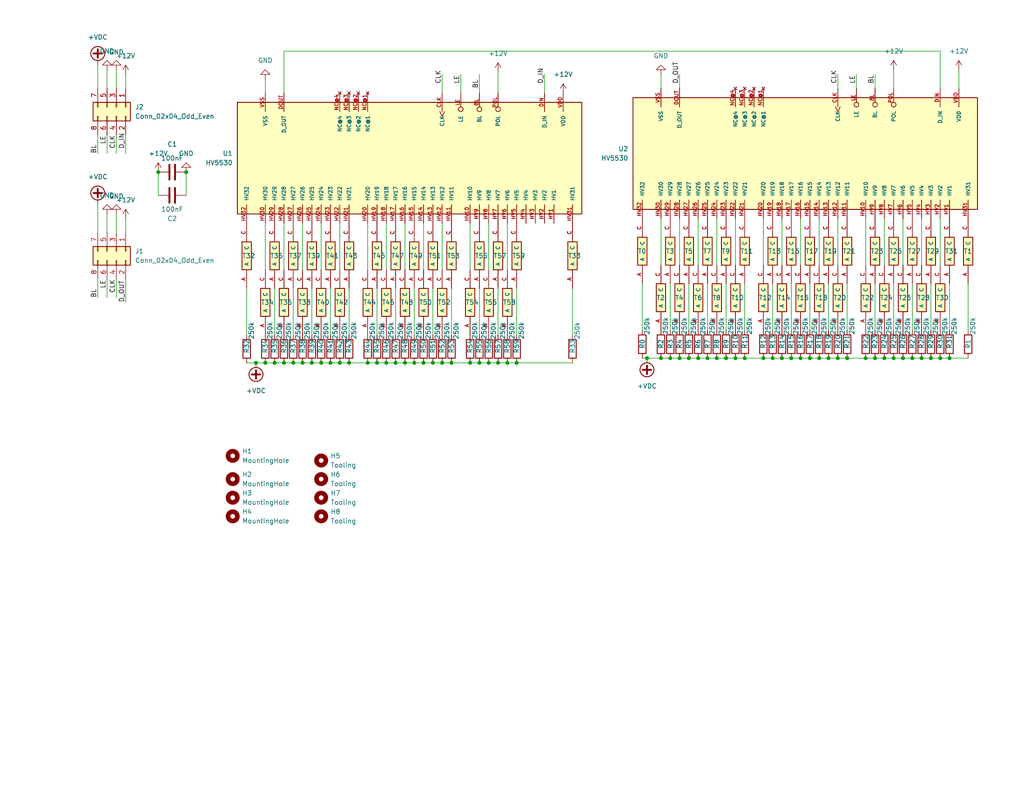
<source format=kicad_sch>
(kicad_sch (version 20230121) (generator eeschema)
  (paper "A")
  (lib_symbols
    (symbol "Connector_Generic:Conn_02x04_Odd_Even" (pin_names (offset 1.016) hide)
      (property "Reference" "J" (at 1.27 5.08 0))
      (property "Value" "Conn_02x04_Odd_Even" (at 1.27 -7.62 0))
      (symbol "Conn_02x04_Odd_Even_1_1"
        (pin passive line (at -5.08 2.54 0) (length 3.81) (name "Pin_1") (number "1"))
        (pin passive line (at 7.62 2.54 180) (length 3.81) (name "Pin_2") (number "2"))
        (pin passive line (at -5.08 0 0) (length 3.81) (name "Pin_3") (number "3"))
        (pin passive line (at 7.62 0 180) (length 3.81) (name "Pin_4") (number "4"))
        (pin passive line (at -5.08 -2.54 0) (length 3.81) (name "Pin_5") (number "5"))
        (pin passive line (at 7.62 -2.54 180) (length 3.81) (name "Pin_6") (number "6"))
        (pin passive line (at -5.08 -5.08 0) (length 3.81) (name "Pin_7") (number "7"))
        (pin passive line (at 7.62 -5.08 180) (length 3.81) (name "Pin_8") (number "8"))
      )
    )
    (symbol "Device:C" (pin_numbers hide) (pin_names (offset 0.254))
      (property "Reference" "C" (at 0.635 2.54 0))
      (property "Value" "C" (at 0.635 -2.54 0))
      (symbol "C_1_1"
        (pin passive line (at 0 3.81 270) (length 2.794) (name "~") (number "1"))
        (pin passive line (at 0 -3.81 90) (length 2.794) (name "~") (number "2"))
      )
    )
    (symbol "Device:R" (pin_numbers hide) (pin_names (offset 0))
      (property "Reference" "R" (at 2.032 0 90))
      (property "Value" "R" (at 0 0 90))
      (symbol "R_1_1"
        (pin passive line (at 0 3.81 270) (length 1.27) (name "~") (number "1"))
        (pin passive line (at 0 -3.81 90) (length 1.27) (name "~") (number "2"))
      )
    )
    (symbol "HV5530:HV5530" (pin_names (offset 1.016))
      (property "Reference" "U" (at -12.7 48.26 0))
      (property "Value" "HV5530" (at -12.7 -53.34 0))
      (symbol "HV5530_0_0"
        (pin input inverted (at -17.78 17.78 0) (length 5.08) (name "BL") (number "BL"))
        (pin bidirectional clock (at -17.78 7.62 0) (length 5.08) (name "CLK") (number "CLK"))
        (pin input line (at -17.78 35.56 0) (length 5.08) (name "D_IN") (number "DIN"))
        (pin output line (at -17.78 -35.56 0) (length 5.08) (name "D_OUT") (number "DOUT"))
        (pin output line (at 17.78 38.1 180) (length 5.08) (name "HV1") (number "HV1"))
        (pin output line (at 17.78 15.24 180) (length 5.08) (name "HV10") (number "HV10"))
        (pin output line (at 17.78 10.16 180) (length 5.08) (name "HV11") (number "HV11"))
        (pin output line (at 17.78 7.62 180) (length 5.08) (name "HV12") (number "HV12"))
        (pin output line (at 17.78 5.08 180) (length 5.08) (name "HV13") (number "HV13"))
        (pin output line (at 17.78 2.54 180) (length 5.08) (name "HV14") (number "HV14"))
        (pin output line (at 17.78 0 180) (length 5.08) (name "HV15") (number "HV15"))
        (pin output line (at 17.78 -2.54 180) (length 5.08) (name "HV16") (number "HV16"))
        (pin output line (at 17.78 -5.08 180) (length 5.08) (name "HV17") (number "HV17"))
        (pin output line (at 17.78 -7.62 180) (length 5.08) (name "HV18") (number "HV18"))
        (pin output line (at 17.78 -10.16 180) (length 5.08) (name "HV19") (number "HV19"))
        (pin output line (at 17.78 35.56 180) (length 5.08) (name "HV2") (number "HV2"))
        (pin output line (at 17.78 -12.7 180) (length 5.08) (name "HV20") (number "HV20"))
        (pin output line (at 17.78 -17.78 180) (length 5.08) (name "HV21") (number "HV21"))
        (pin output line (at 17.78 -20.32 180) (length 5.08) (name "HV22") (number "HV22"))
        (pin output line (at 17.78 -22.86 180) (length 5.08) (name "HV23") (number "HV23"))
        (pin output line (at 17.78 -25.4 180) (length 5.08) (name "HV24") (number "HV24"))
        (pin output line (at 17.78 -27.94 180) (length 5.08) (name "HV25") (number "HV25"))
        (pin output line (at 17.78 -30.48 180) (length 5.08) (name "HV26") (number "HV26"))
        (pin output line (at 17.78 -33.02 180) (length 5.08) (name "HV27") (number "HV27"))
        (pin output line (at 17.78 -35.56 180) (length 5.08) (name "HV28") (number "HV28"))
        (pin output line (at 17.78 -38.1 180) (length 5.08) (name "HV29") (number "HV29"))
        (pin output line (at 17.78 33.02 180) (length 5.08) (name "HV3") (number "HV3"))
        (pin output line (at 17.78 -40.64 180) (length 5.08) (name "HV30") (number "HV30"))
        (pin output line (at 17.78 43.18 180) (length 5.08) (name "HV31") (number "HV31"))
        (pin output line (at 17.78 -45.72 180) (length 5.08) (name "HV32") (number "HV32"))
        (pin output line (at 17.78 30.48 180) (length 5.08) (name "HV4") (number "HV4"))
        (pin output line (at 17.78 27.94 180) (length 5.08) (name "HV5") (number "HV5"))
        (pin output line (at 17.78 25.4 180) (length 5.08) (name "HV6") (number "HV6"))
        (pin output line (at 17.78 22.86 180) (length 5.08) (name "HV7") (number "HV7"))
        (pin output line (at 17.78 20.32 180) (length 5.08) (name "HV8") (number "HV8"))
        (pin output line (at 17.78 17.78 180) (length 5.08) (name "HV9") (number "HV9"))
        (pin input inverted (at -17.78 12.7 0) (length 5.08) (name "LE") (number "LE"))
        (pin no_connect line (at -17.78 -12.7 0) (length 5.08) (name "NC@1") (number "NC@1"))
        (pin no_connect line (at -17.78 -15.24 0) (length 5.08) (name "NC@2") (number "NC@2"))
        (pin no_connect line (at -17.78 -17.78 0) (length 5.08) (name "NC@3") (number "NC@3"))
        (pin no_connect line (at -17.78 -20.32 0) (length 5.08) (name "NC@4") (number "NC@4"))
        (pin input inverted (at -17.78 22.86 0) (length 5.08) (name "POL") (number "POL"))
        (pin power_in line (at -17.78 40.64 0) (length 5.08) (name "VDD") (number "VDD"))
        (pin power_in line (at -17.78 -40.64 0) (length 5.08) (name "VSS") (number "VSS"))
      )
    )
    (symbol "INS-1:INS-1" (pin_names (offset 1.016))
      (property "Reference" "T" (at -5.08 2.54 0))
      (property "Value" "INS-1" (at -6.35 -5.08 0))
      (symbol "INS-1_0_0"
        (pin bidirectional line (at -8.89 0 0) (length 5.08) (name "A") (number "A"))
        (pin bidirectional line (at 8.89 0 180) (length 5.08) (name "C") (number "C"))
      )
    )
    (symbol "Mechanical:MountingHole" (pin_names (offset 1.016))
      (property "Reference" "H" (at 0 5.08 0))
      (property "Value" "MountingHole" (at 0 3.175 0))
    )
    (symbol "power:+12V" (power) (pin_names (offset 0))
      (property "Value" "+12V" (at 0 3.556 0))
      (symbol "+12V_1_1"
        (pin power_in line (at 0 0 90) (length 0) hide (name "+12V") (number "1"))
      )
    )
    (symbol "power:+VDC" (power) (pin_names (offset 0))
      (property "Value" "+VDC" (at 0 6.35 0))
      (symbol "+VDC_1_1"
        (pin power_in line (at 0 0 90) (length 0) hide (name "+VDC") (number "1"))
      )
    )
    (symbol "power:GND" (power) (pin_names (offset 0))
      (property "Value" "GND" (at 0 -3.81 0))
      (symbol "GND_1_1"
        (pin power_in line (at 0 0 270) (length 0) hide (name "GND") (number "1"))
      )
    )
  )
  (junction (at 190.5 97.79))
  (junction (at 218.44 97.79))
  (junction (at 203.2 97.79))
  (junction (at 128.27 99.06))
  (junction (at 82.55 99.06))
  (junction (at 254 97.79))
  (junction (at 195.58 97.79))
  (junction (at 80.01 99.06))
  (junction (at 220.98 97.79))
  (junction (at 50.8 46.99))
  (junction (at 248.92 97.79))
  (junction (at 115.57 99.06))
  (junction (at 228.6 97.79))
  (junction (at 223.52 97.79))
  (junction (at 182.88 97.79))
  (junction (at 236.22 97.79))
  (junction (at 210.82 97.79))
  (junction (at 69.85 99.06))
  (junction (at 215.9 97.79))
  (junction (at 135.89 99.06))
  (junction (at 238.76 97.79))
  (junction (at 187.96 97.79))
  (junction (at 138.43 99.06))
  (junction (at 208.28 97.79))
  (junction (at 213.36 97.79))
  (junction (at 246.38 97.79))
  (junction (at 231.14 97.79))
  (junction (at 243.84 97.79))
  (junction (at 118.11 99.06))
  (junction (at 77.47 99.06))
  (junction (at 87.63 99.06))
  (junction (at 226.06 97.79))
  (junction (at 176.53 97.79))
  (junction (at 113.03 99.06))
  (junction (at 133.35 99.06))
  (junction (at 92.71 99.06))
  (junction (at 259.08 97.79))
  (junction (at 102.87 99.06))
  (junction (at 110.49 99.06))
  (junction (at 200.66 97.79))
  (junction (at 100.33 99.06))
  (junction (at 198.12 97.79))
  (junction (at 85.09 99.06))
  (junction (at 72.39 99.06))
  (junction (at 185.42 97.79))
  (junction (at 251.46 97.79))
  (junction (at 241.3 97.79))
  (junction (at 123.19 99.06))
  (junction (at 130.81 99.06))
  (junction (at 74.93 99.06))
  (junction (at 105.41 99.06))
  (junction (at 43.18 46.99))
  (junction (at 120.65 99.06))
  (junction (at 140.97 99.06))
  (junction (at 90.17 99.06))
  (junction (at 95.25 99.06))
  (junction (at 256.54 97.79))
  (junction (at 107.95 99.06))
  (junction (at 180.34 97.79))
  (junction (at 193.04 97.79))
  (wire (pts (xy 187.96 77.47) (xy 187.96 90.17)))
  (wire (pts (xy 231.14 77.47) (xy 231.14 90.17)))
  (wire (pts (xy 243.84 19.05) (xy 243.84 24.13)))
  (wire (pts (xy 261.62 19.05) (xy 261.62 24.13)))
  (wire (pts (xy 228.6 59.69) (xy 228.6 72.39)))
  (wire (pts (xy 31.75 76.2) (xy 31.75 81.28)))
  (wire (pts (xy 236.22 59.69) (xy 236.22 72.39)))
  (wire (pts (xy 29.21 76.2) (xy 29.21 81.28)))
  (wire (pts (xy 128.27 99.06) (xy 130.81 99.06)))
  (wire (pts (xy 92.71 99.06) (xy 95.25 99.06)))
  (wire (pts (xy 248.92 77.47) (xy 248.92 90.17)))
  (wire (pts (xy 135.89 78.74) (xy 135.89 91.44)))
  (wire (pts (xy 123.19 78.74) (xy 123.19 91.44)))
  (wire (pts (xy 251.46 97.79) (xy 254 97.79)))
  (wire (pts (xy 223.52 59.69) (xy 223.52 72.39)))
  (wire (pts (xy 113.03 99.06) (xy 115.57 99.06)))
  (wire (pts (xy 246.38 97.79) (xy 248.92 97.79)))
  (wire (pts (xy 190.5 59.69) (xy 190.5 72.39)))
  (wire (pts (xy 185.42 59.69) (xy 185.42 72.39)))
  (wire (pts (xy 34.29 20.32) (xy 34.29 24.13)))
  (wire (pts (xy 256.54 59.69) (xy 256.54 72.39)))
  (wire (pts (xy 90.17 99.06) (xy 92.71 99.06)))
  (wire (pts (xy 175.26 77.47) (xy 175.26 90.17)))
  (wire (pts (xy 218.44 59.69) (xy 218.44 72.39)))
  (wire (pts (xy 123.19 99.06) (xy 128.27 99.06)))
  (wire (pts (xy 180.34 20.32) (xy 180.34 24.13)))
  (wire (pts (xy 105.41 60.96) (xy 105.41 73.66)))
  (wire (pts (xy 236.22 97.79) (xy 238.76 97.79)))
  (wire (pts (xy 226.06 97.79) (xy 228.6 97.79)))
  (wire (pts (xy 241.3 59.69) (xy 241.3 72.39)))
  (wire (pts (xy 34.29 59.69) (xy 34.29 63.5)))
  (wire (pts (xy 26.67 76.2) (xy 26.67 81.28)))
  (wire (pts (xy 128.27 60.96) (xy 128.27 73.66)))
  (wire (pts (xy 175.26 97.79) (xy 176.53 97.79)))
  (wire (pts (xy 118.11 99.06) (xy 120.65 99.06)))
  (wire (pts (xy 135.89 99.06) (xy 138.43 99.06)))
  (wire (pts (xy 26.67 17.78) (xy 26.67 24.13)))
  (wire (pts (xy 193.04 97.79) (xy 195.58 97.79)))
  (wire (pts (xy 138.43 99.06) (xy 140.97 99.06)))
  (wire (pts (xy 77.47 60.96) (xy 77.47 73.66)))
  (wire (pts (xy 233.68 20.32) (xy 233.68 24.13)))
  (wire (pts (xy 176.53 97.79) (xy 180.34 97.79)))
  (wire (pts (xy 110.49 60.96) (xy 110.49 73.66)))
  (wire (pts (xy 256.54 13.97) (xy 256.54 24.13)))
  (wire (pts (xy 238.76 20.32) (xy 238.76 24.13)))
  (wire (pts (xy 223.52 97.79) (xy 226.06 97.79)))
  (wire (pts (xy 218.44 97.79) (xy 220.98 97.79)))
  (wire (pts (xy 259.08 97.79) (xy 264.16 97.79)))
  (wire (pts (xy 254 97.79) (xy 256.54 97.79)))
  (wire (pts (xy 69.85 99.06) (xy 72.39 99.06)))
  (wire (pts (xy 95.25 78.74) (xy 95.25 91.44)))
  (wire (pts (xy 198.12 97.79) (xy 200.66 97.79)))
  (wire (pts (xy 34.29 36.83) (xy 34.29 41.91)))
  (wire (pts (xy 102.87 78.74) (xy 102.87 91.44)))
  (wire (pts (xy 148.59 20.32) (xy 148.59 25.4)))
  (wire (pts (xy 248.92 97.79) (xy 251.46 97.79)))
  (wire (pts (xy 67.31 78.74) (xy 67.31 91.44)))
  (wire (pts (xy 195.58 97.79) (xy 198.12 97.79)))
  (wire (pts (xy 82.55 60.96) (xy 82.55 73.66)))
  (wire (pts (xy 180.34 97.79) (xy 182.88 97.79)))
  (wire (pts (xy 200.66 97.79) (xy 203.2 97.79)))
  (wire (pts (xy 213.36 59.69) (xy 213.36 72.39)))
  (wire (pts (xy 185.42 97.79) (xy 187.96 97.79)))
  (wire (pts (xy 226.06 77.47) (xy 226.06 90.17)))
  (wire (pts (xy 228.6 97.79) (xy 231.14 97.79)))
  (wire (pts (xy 125.73 20.32) (xy 125.73 25.4)))
  (wire (pts (xy 138.43 60.96) (xy 138.43 73.66)))
  (wire (pts (xy 238.76 97.79) (xy 241.3 97.79)))
  (wire (pts (xy 120.65 20.32) (xy 120.65 25.4)))
  (wire (pts (xy 241.3 97.79) (xy 243.84 97.79)))
  (wire (pts (xy 198.12 77.47) (xy 198.12 90.17)))
  (wire (pts (xy 72.39 21.59) (xy 72.39 25.4)))
  (wire (pts (xy 210.82 77.47) (xy 210.82 90.17)))
  (wire (pts (xy 107.95 99.06) (xy 110.49 99.06)))
  (wire (pts (xy 115.57 99.06) (xy 118.11 99.06)))
  (wire (pts (xy 87.63 60.96) (xy 87.63 73.66)))
  (wire (pts (xy 200.66 59.69) (xy 200.66 72.39)))
  (wire (pts (xy 120.65 99.06) (xy 123.19 99.06)))
  (wire (pts (xy 105.41 99.06) (xy 107.95 99.06)))
  (wire (pts (xy 133.35 60.96) (xy 133.35 73.66)))
  (wire (pts (xy 77.47 13.97) (xy 256.54 13.97)))
  (wire (pts (xy 156.21 78.74) (xy 156.21 91.44)))
  (wire (pts (xy 110.49 99.06) (xy 113.03 99.06)))
  (wire (pts (xy 182.88 77.47) (xy 182.88 90.17)))
  (wire (pts (xy 77.47 25.4) (xy 77.47 13.97)))
  (wire (pts (xy 95.25 99.06) (xy 100.33 99.06)))
  (wire (pts (xy 85.09 99.06) (xy 87.63 99.06)))
  (wire (pts (xy 85.09 78.74) (xy 85.09 91.44)))
  (wire (pts (xy 74.93 78.74) (xy 74.93 91.44)))
  (wire (pts (xy 231.14 97.79) (xy 236.22 97.79)))
  (wire (pts (xy 133.35 99.06) (xy 135.89 99.06)))
  (wire (pts (xy 246.38 59.69) (xy 246.38 72.39)))
  (wire (pts (xy 195.58 59.69) (xy 195.58 72.39)))
  (wire (pts (xy 50.8 46.99) (xy 50.8 53.34)))
  (wire (pts (xy 31.75 19.05) (xy 31.75 24.13)))
  (wire (pts (xy 213.36 97.79) (xy 215.9 97.79)))
  (wire (pts (xy 34.29 76.2) (xy 34.29 82.55)))
  (wire (pts (xy 208.28 59.69) (xy 208.28 72.39)))
  (wire (pts (xy 210.82 97.79) (xy 213.36 97.79)))
  (wire (pts (xy 67.31 99.06) (xy 69.85 99.06)))
  (wire (pts (xy 208.28 97.79) (xy 210.82 97.79)))
  (wire (pts (xy 100.33 99.06) (xy 102.87 99.06)))
  (wire (pts (xy 259.08 77.47) (xy 259.08 90.17)))
  (wire (pts (xy 215.9 77.47) (xy 215.9 90.17)))
  (wire (pts (xy 118.11 78.74) (xy 118.11 91.44)))
  (wire (pts (xy 203.2 77.47) (xy 203.2 90.17)))
  (wire (pts (xy 243.84 97.79) (xy 246.38 97.79)))
  (wire (pts (xy 187.96 97.79) (xy 190.5 97.79)))
  (wire (pts (xy 31.75 58.42) (xy 31.75 63.5)))
  (wire (pts (xy 185.42 20.32) (xy 185.42 24.13)))
  (wire (pts (xy 140.97 78.74) (xy 140.97 91.44)))
  (wire (pts (xy 130.81 20.32) (xy 130.81 25.4)))
  (wire (pts (xy 220.98 77.47) (xy 220.98 90.17)))
  (wire (pts (xy 203.2 97.79) (xy 208.28 97.79)))
  (wire (pts (xy 29.21 19.05) (xy 29.21 24.13)))
  (wire (pts (xy 29.21 58.42) (xy 29.21 63.5)))
  (wire (pts (xy 102.87 99.06) (xy 105.41 99.06)))
  (wire (pts (xy 238.76 77.47) (xy 238.76 90.17)))
  (wire (pts (xy 180.34 59.69) (xy 180.34 72.39)))
  (wire (pts (xy 26.67 55.88) (xy 26.67 63.5)))
  (wire (pts (xy 26.67 36.83) (xy 26.67 41.91)))
  (wire (pts (xy 31.75 36.83) (xy 31.75 41.91)))
  (wire (pts (xy 87.63 99.06) (xy 90.17 99.06)))
  (wire (pts (xy 130.81 78.74) (xy 130.81 91.44)))
  (wire (pts (xy 130.81 99.06) (xy 133.35 99.06)))
  (wire (pts (xy 251.46 59.69) (xy 251.46 72.39)))
  (wire (pts (xy 43.18 46.99) (xy 43.18 53.34)))
  (wire (pts (xy 254 77.47) (xy 254 90.17)))
  (wire (pts (xy 107.95 78.74) (xy 107.95 91.44)))
  (wire (pts (xy 140.97 99.06) (xy 156.21 99.06)))
  (wire (pts (xy 29.21 36.83) (xy 29.21 41.91)))
  (wire (pts (xy 182.88 97.79) (xy 185.42 97.79)))
  (wire (pts (xy 220.98 97.79) (xy 223.52 97.79)))
  (wire (pts (xy 135.89 19.685) (xy 135.89 25.4)))
  (wire (pts (xy 100.33 60.96) (xy 100.33 73.66)))
  (wire (pts (xy 80.01 99.06) (xy 82.55 99.06)))
  (wire (pts (xy 264.16 77.47) (xy 264.16 90.17)))
  (wire (pts (xy 190.5 97.79) (xy 193.04 97.79)))
  (wire (pts (xy 113.03 78.74) (xy 113.03 91.44)))
  (wire (pts (xy 74.93 99.06) (xy 77.47 99.06)))
  (wire (pts (xy 193.04 77.47) (xy 193.04 90.17)))
  (wire (pts (xy 215.9 97.79) (xy 218.44 97.79)))
  (wire (pts (xy 80.01 78.74) (xy 80.01 91.44)))
  (wire (pts (xy 243.84 77.47) (xy 243.84 90.17)))
  (wire (pts (xy 77.47 99.06) (xy 80.01 99.06)))
  (wire (pts (xy 120.65 60.96) (xy 120.65 73.66)))
  (wire (pts (xy 72.39 60.96) (xy 72.39 73.66)))
  (wire (pts (xy 228.6 20.32) (xy 228.6 24.13)))
  (wire (pts (xy 72.39 99.06) (xy 74.93 99.06)))
  (wire (pts (xy 115.57 60.96) (xy 115.57 73.66)))
  (wire (pts (xy 256.54 97.79) (xy 259.08 97.79)))
  (wire (pts (xy 90.17 78.74) (xy 90.17 91.44)))
  (wire (pts (xy 92.71 60.96) (xy 92.71 73.66)))
  (wire (pts (xy 82.55 99.06) (xy 85.09 99.06)))
  (label "D_IN" (at 34.29 40.64 90))
  (label "CLK" (at 31.75 40.64 90))
  (label "BL" (at 26.67 81.28 90))
  (label "CLK" (at 120.65 22.86 90))
  (label "LE" (at 29.21 39.37 90))
  (label "CLK" (at 31.75 80.01 90))
  (label "LE" (at 29.21 78.74 90))
  (label "BL" (at 130.81 24.13 90))
  (label "CLK" (at 228.6 22.86 90))
  (label "BL" (at 26.67 41.91 90))
  (label "LE" (at 125.73 22.86 90))
  (label "D_IN" (at 148.59 22.86 90))
  (label "D_OUT" (at 185.42 22.86 90))
  (label "BL" (at 238.76 22.86 90))
  (label "D_OUT" (at 34.29 82.55 90))
  (label "LE" (at 233.68 22.86 90))
  (symbol (lib_id "Device:R") (at 195.58 93.98 0) (unit 1)
    (property "Reference" "R8" (at 195.58 95.25 90) (effects (justify left)))
    (property "Value" "250k" (at 196.85 91.44 90) (effects (justify left)))
    (property "Footprint" "Resistor_SMD:R_0805_2012Metric_Pad1.20x1.40mm_HandSolder" (effects hide))
    (property "LCSC" "C5156563" (effects hide))
    (property "JLCPCB-Part-Number" "C5156563" (effects hide))
  )
  (symbol (lib_id "INS-1:INS-1") (at 243.84 68.58 90) (unit 1)
    (property "Reference" "T25" (at 242.57 68.58 90) (effects (justify right)))
    (property "Value" "INS-1" (effects hide))
    (property "Footprint" "footprints:INS-1" (effects hide))
  )
  (symbol (lib_id "power:GND") (at 29.21 58.42 0) (mirror x) (unit 1)
    (property "Reference" "#PWR013" (effects hide))
    (property "Value" "GND" (at 29.21 53.34 0))
  )
  (symbol (lib_id "Device:R") (at 95.25 95.25 0) (unit 1)
    (property "Reference" "R43" (at 95.25 96.52 90) (effects (justify left)))
    (property "Value" "250k" (at 96.52 92.71 90) (effects (justify left)))
    (property "Footprint" "Resistor_SMD:R_0805_2012Metric_Pad1.20x1.40mm_HandSolder" (effects hide))
    (property "LCSC" "C5156563" (effects hide))
    (property "JLCPCB-Part-Number" "C5156563" (effects hide))
  )
  (symbol (lib_id "Device:R") (at 246.38 93.98 0) (unit 1)
    (property "Reference" "R26" (at 246.38 95.25 90) (effects (justify left)))
    (property "Value" "250k" (at 247.65 91.44 90) (effects (justify left)))
    (property "Footprint" "Resistor_SMD:R_0805_2012Metric_Pad1.20x1.40mm_HandSolder" (effects hide))
    (property "LCSC" "C5156563" (effects hide))
    (property "JLCPCB-Part-Number" "C5156563" (effects hide))
  )
  (symbol (lib_id "power:GND") (at 29.21 19.05 180) (unit 1)
    (property "Reference" "#PWR05" (effects hide))
    (property "Value" "GND" (at 29.21 13.97 0))
  )
  (symbol (lib_id "Device:R") (at 130.81 95.25 0) (unit 1)
    (property "Reference" "R55" (at 130.81 96.52 90) (effects (justify left)))
    (property "Value" "250k" (at 132.08 92.71 90) (effects (justify left)))
    (property "Footprint" "Resistor_SMD:R_0805_2012Metric_Pad1.20x1.40mm_HandSolder" (effects hide))
    (property "LCSC" "C5156563" (effects hide))
    (property "JLCPCB-Part-Number" "C5156563" (effects hide))
  )
  (symbol (lib_id "Device:R") (at 251.46 93.98 0) (unit 1)
    (property "Reference" "R28" (at 251.46 95.25 90) (effects (justify left)))
    (property "Value" "250k" (at 252.73 91.44 90) (effects (justify left)))
    (property "Footprint" "Resistor_SMD:R_0805_2012Metric_Pad1.20x1.40mm_HandSolder" (effects hide))
    (property "LCSC" "C5156563" (effects hide))
    (property "JLCPCB-Part-Number" "C5156563" (effects hide))
  )
  (symbol (lib_id "INS-1:INS-1") (at 113.03 69.85 90) (unit 1)
    (property "Reference" "T49" (at 111.76 69.85 90) (effects (justify right)))
    (property "Value" "INS-1" (effects hide))
    (property "Footprint" "footprints:INS-1" (effects hide))
  )
  (symbol (lib_id "Device:R") (at 187.96 93.98 0) (unit 1)
    (property "Reference" "R5" (at 187.96 95.25 90) (effects (justify left)))
    (property "Value" "250k" (at 189.23 91.44 90) (effects (justify left)))
    (property "Footprint" "Resistor_SMD:R_0805_2012Metric_Pad1.20x1.40mm_HandSolder" (effects hide))
    (property "LCSC" "C5156563" (effects hide))
    (property "JLCPCB-Part-Number" "C5156563" (effects hide))
  )
  (symbol (lib_id "INS-1:INS-1") (at 72.39 82.55 90) (unit 1)
    (property "Reference" "T34" (at 71.12 82.55 90) (effects (justify right)))
    (property "Value" "INS-1" (effects hide))
    (property "Footprint" "footprints:INS-1" (effects hide))
  )
  (symbol (lib_id "power:+12V") (at 34.29 59.69 0) (unit 1)
    (property "Reference" "#PWR015" (effects hide))
    (property "Value" "+12V" (at 34.29 54.61 0))
  )
  (symbol (lib_id "INS-1:INS-1") (at 241.3 81.28 90) (unit 1)
    (property "Reference" "T24" (at 240.03 81.28 90) (effects (justify right)))
    (property "Value" "INS-1" (effects hide))
    (property "Footprint" "footprints:INS-1" (effects hide))
  )
  (symbol (lib_id "Device:R") (at 92.71 95.25 0) (unit 1)
    (property "Reference" "R42" (at 92.71 96.52 90) (effects (justify left)))
    (property "Value" "250k" (at 93.98 92.71 90) (effects (justify left)))
    (property "Footprint" "Resistor_SMD:R_0805_2012Metric_Pad1.20x1.40mm_HandSolder" (effects hide))
    (property "LCSC" "C5156563" (effects hide))
    (property "JLCPCB-Part-Number" "C5156563" (effects hide))
  )
  (symbol (lib_id "Device:R") (at 87.63 95.25 0) (unit 1)
    (property "Reference" "R40" (at 87.63 96.52 90) (effects (justify left)))
    (property "Value" "250k" (at 88.9 92.71 90) (effects (justify left)))
    (property "Footprint" "Resistor_SMD:R_0805_2012Metric_Pad1.20x1.40mm_HandSolder" (effects hide))
    (property "LCSC" "C5156563" (effects hide))
    (property "JLCPCB-Part-Number" "C5156563" (effects hide))
  )
  (symbol (lib_id "Device:R") (at 100.33 95.25 0) (unit 1)
    (property "Reference" "R44" (at 100.33 96.52 90) (effects (justify left)))
    (property "Value" "250k" (at 101.6 92.71 90) (effects (justify left)))
    (property "Footprint" "Resistor_SMD:R_0805_2012Metric_Pad1.20x1.40mm_HandSolder" (effects hide))
    (property "LCSC" "C5156563" (effects hide))
    (property "JLCPCB-Part-Number" "C5156563" (effects hide))
  )
  (symbol (lib_id "power:GND") (at 31.75 19.05 180) (unit 1)
    (property "Reference" "#PWR04" (effects hide))
    (property "Value" "GND" (at 31.75 14.224 0))
  )
  (symbol (lib_id "INS-1:INS-1") (at 133.35 82.55 90) (unit 1)
    (property "Reference" "T56" (at 132.08 82.55 90) (effects (justify right)))
    (property "Value" "INS-1" (effects hide))
    (property "Footprint" "footprints:INS-1" (effects hide))
  )
  (symbol (lib_id "Device:R") (at 128.27 95.25 0) (unit 1)
    (property "Reference" "R54" (at 128.27 96.52 90) (effects (justify left)))
    (property "Value" "250k" (at 129.54 92.71 90) (effects (justify left)))
    (property "Footprint" "Resistor_SMD:R_0805_2012Metric_Pad1.20x1.40mm_HandSolder" (effects hide))
    (property "LCSC" "C5156563" (effects hide))
    (property "JLCPCB-Part-Number" "C5156563" (effects hide))
  )
  (symbol (lib_id "power:+12V") (at 43.18 46.99 0) (unit 1)
    (property "Reference" "#PWR016" (effects hide))
    (property "Value" "+12V" (at 43.18 41.91 0))
  )
  (symbol (lib_id "Device:R") (at 236.22 93.98 0) (unit 1)
    (property "Reference" "R22" (at 236.22 95.25 90) (effects (justify left)))
    (property "Value" "250k" (at 237.49 91.44 90) (effects (justify left)))
    (property "Footprint" "Resistor_SMD:R_0805_2012Metric_Pad1.20x1.40mm_HandSolder" (effects hide))
    (property "LCSC" "C5156563" (effects hide))
    (property "JLCPCB-Part-Number" "C5156563" (effects hide))
  )
  (symbol (lib_id "INS-1:INS-1") (at 259.08 68.58 90) (unit 1)
    (property "Reference" "T31" (at 257.81 68.58 90) (effects (justify right)))
    (property "Value" "INS-1" (effects hide))
    (property "Footprint" "footprints:INS-1" (effects hide))
  )
  (symbol (lib_id "Device:R") (at 226.06 93.98 0) (unit 1)
    (property "Reference" "R19" (at 226.06 95.25 90) (effects (justify left)))
    (property "Value" "250k" (at 227.33 91.44 90) (effects (justify left)))
    (property "Footprint" "Resistor_SMD:R_0805_2012Metric_Pad1.20x1.40mm_HandSolder" (effects hide))
    (property "LCSC" "C5156563" (effects hide))
    (property "JLCPCB-Part-Number" "C5156563" (effects hide))
  )
  (symbol (lib_id "Device:R") (at 203.2 93.98 0) (unit 1)
    (property "Reference" "R11" (at 203.2 95.25 90) (effects (justify left)))
    (property "Value" "250k" (at 204.47 91.44 90) (effects (justify left)))
    (property "Footprint" "Resistor_SMD:R_0805_2012Metric_Pad1.20x1.40mm_HandSolder" (effects hide))
    (property "LCSC" "C5156563" (effects hide))
    (property "JLCPCB-Part-Number" "C5156563" (effects hide))
  )
  (symbol (lib_id "INS-1:INS-1") (at 182.88 68.58 90) (unit 1)
    (property "Reference" "T3" (at 181.61 68.58 90) (effects (justify right)))
    (property "Value" "INS-1" (effects hide))
    (property "Footprint" "footprints:INS-1" (effects hide))
  )
  (symbol (lib_id "Device:R") (at 85.09 95.25 0) (unit 1)
    (property "Reference" "R39" (at 85.09 96.52 90) (effects (justify left)))
    (property "Value" "250k" (at 86.36 92.71 90) (effects (justify left)))
    (property "Footprint" "Resistor_SMD:R_0805_2012Metric_Pad1.20x1.40mm_HandSolder" (effects hide))
    (property "LCSC" "C5156563" (effects hide))
    (property "JLCPCB-Part-Number" "C5156563" (effects hide))
  )
  (symbol (lib_id "INS-1:INS-1") (at 185.42 81.28 90) (unit 1)
    (property "Reference" "T4" (at 184.15 81.28 90) (effects (justify right)))
    (property "Value" "INS-1" (effects hide))
    (property "Footprint" "footprints:INS-1" (effects hide))
  )
  (symbol (lib_id "Device:R") (at 241.3 93.98 0) (unit 1)
    (property "Reference" "R24" (at 241.3 95.25 90) (effects (justify left)))
    (property "Value" "250k" (at 242.57 91.44 90) (effects (justify left)))
    (property "Footprint" "Resistor_SMD:R_0805_2012Metric_Pad1.20x1.40mm_HandSolder" (effects hide))
    (property "LCSC" "C5156563" (effects hide))
    (property "JLCPCB-Part-Number" "C5156563" (effects hide))
  )
  (symbol (lib_id "Device:R") (at 231.14 93.98 0) (unit 1)
    (property "Reference" "R21" (at 231.14 95.25 90) (effects (justify left)))
    (property "Value" "250k" (at 232.41 91.44 90) (effects (justify left)))
    (property "Footprint" "Resistor_SMD:R_0805_2012Metric_Pad1.20x1.40mm_HandSolder" (effects hide))
    (property "LCSC" "C5156563" (effects hide))
    (property "JLCPCB-Part-Number" "C5156563" (effects hide))
  )
  (symbol (lib_id "INS-1:INS-1") (at 128.27 82.55 90) (unit 1)
    (property "Reference" "T54" (at 127 82.55 90) (effects (justify right)))
    (property "Value" "INS-1" (effects hide))
    (property "Footprint" "footprints:INS-1" (effects hide))
  )
  (symbol (lib_id "Device:R") (at 67.31 95.25 0) (unit 1)
    (property "Reference" "R32" (at 67.31 96.52 90) (effects (justify left)))
    (property "Value" "250k" (at 68.58 92.71 90) (effects (justify left)))
    (property "Footprint" "Resistor_SMD:R_0805_2012Metric_Pad1.20x1.40mm_HandSolder" (effects hide))
    (property "LCSC" "C5156563" (effects hide))
    (property "JLCPCB-Part-Number" "C5156563" (effects hide))
  )
  (symbol (lib_id "INS-1:INS-1") (at 218.44 81.28 90) (unit 1)
    (property "Reference" "T16" (at 217.17 81.28 90) (effects (justify right)))
    (property "Value" "INS-1" (effects hide))
    (property "Footprint" "footprints:INS-1" (effects hide))
  )
  (symbol (lib_id "INS-1:INS-1") (at 74.93 69.85 90) (unit 1)
    (property "Reference" "T35" (at 73.66 69.85 90) (effects (justify right)))
    (property "Value" "INS-1" (effects hide))
    (property "Footprint" "footprints:INS-1" (effects hide))
  )
  (symbol (lib_id "INS-1:INS-1") (at 140.97 69.85 90) (unit 1)
    (property "Reference" "T59" (at 139.7 69.85 90) (effects (justify right)))
    (property "Value" "INS-1" (effects hide))
    (property "Footprint" "footprints:INS-1" (effects hide))
  )
  (symbol (lib_id "INS-1:INS-1") (at 228.6 81.28 90) (unit 1)
    (property "Reference" "T20" (at 227.33 81.28 90) (effects (justify right)))
    (property "Value" "INS-1" (effects hide))
    (property "Footprint" "footprints:INS-1" (effects hide))
  )
  (symbol (lib_id "Device:R") (at 72.39 95.25 0) (unit 1)
    (property "Reference" "R34" (at 72.39 96.52 90) (effects (justify left)))
    (property "Value" "250k" (at 73.66 92.71 90) (effects (justify left)))
    (property "Footprint" "Resistor_SMD:R_0805_2012Metric_Pad1.20x1.40mm_HandSolder" (effects hide))
    (property "LCSC" "C5156563" (effects hide))
    (property "JLCPCB-Part-Number" "C5156563" (effects hide))
  )
  (symbol (lib_id "Device:R") (at 259.08 93.98 0) (unit 1)
    (property "Reference" "R31" (at 259.08 95.25 90) (effects (justify left)))
    (property "Value" "250k" (at 260.35 91.44 90) (effects (justify left)))
    (property "Footprint" "Resistor_SMD:R_0805_2012Metric_Pad1.20x1.40mm_HandSolder" (effects hide))
    (property "LCSC" "C5156563" (effects hide))
    (property "JLCPCB-Part-Number" "C5156563" (effects hide))
  )
  (symbol (lib_id "Device:R") (at 228.6 93.98 0) (unit 1)
    (property "Reference" "R20" (at 228.6 95.25 90) (effects (justify left)))
    (property "Value" "250k" (at 229.87 91.44 90) (effects (justify left)))
    (property "Footprint" "Resistor_SMD:R_0805_2012Metric_Pad1.20x1.40mm_HandSolder" (effects hide))
    (property "LCSC" "C5156563" (effects hide))
    (property "JLCPCB-Part-Number" "C5156563" (effects hide))
  )
  (symbol (lib_id "INS-1:INS-1") (at 110.49 82.55 90) (unit 1)
    (property "Reference" "T48" (at 109.22 82.55 90) (effects (justify right)))
    (property "Value" "INS-1" (effects hide))
    (property "Footprint" "footprints:INS-1" (effects hide))
  )
  (symbol (lib_id "Device:R") (at 175.26 93.98 0) (unit 1)
    (property "Reference" "R0" (at 175.26 95.25 90) (effects (justify left)))
    (property "Value" "250k" (at 176.53 91.44 90) (effects (justify left)))
    (property "Footprint" "Resistor_SMD:R_0805_2012Metric_Pad1.20x1.40mm_HandSolder" (effects hide))
    (property "LCSC" "C5156563" (effects hide))
    (property "JLCPCB-Part-Number" "C5156563" (effects hide))
  )
  (symbol (lib_id "Device:R") (at 264.16 93.98 0) (unit 1)
    (property "Reference" "R1" (at 264.16 95.25 90) (effects (justify left)))
    (property "Value" "250k" (at 265.43 91.44 90) (effects (justify left)))
    (property "Footprint" "Resistor_SMD:R_0805_2012Metric_Pad1.20x1.40mm_HandSolder" (effects hide))
    (property "LCSC" "C5156563" (effects hide))
    (property "JLCPCB-Part-Number" "C5156563" (effects hide))
  )
  (symbol (lib_id "INS-1:INS-1") (at 77.47 82.55 90) (unit 1)
    (property "Reference" "T36" (at 76.2 82.55 90) (effects (justify right)))
    (property "Value" "INS-1" (effects hide))
    (property "Footprint" "footprints:INS-1" (effects hide))
  )
  (symbol (lib_id "Device:R") (at 156.21 95.25 0) (unit 1)
    (property "Reference" "R33" (at 156.21 96.52 90) (effects (justify left)))
    (property "Value" "250k" (at 157.48 92.71 90) (effects (justify left)))
    (property "Footprint" "Resistor_SMD:R_0805_2012Metric_Pad1.20x1.40mm_HandSolder" (effects hide))
    (property "LCSC" "C5156563" (effects hide))
    (property "JLCPCB-Part-Number" "C5156563" (effects hide))
  )
  (symbol (lib_id "INS-1:INS-1") (at 190.5 81.28 90) (unit 1)
    (property "Reference" "T6" (at 189.23 81.28 90) (effects (justify right)))
    (property "Value" "INS-1" (effects hide))
    (property "Footprint" "footprints:INS-1" (effects hide))
  )
  (symbol (lib_id "Device:R") (at 254 93.98 0) (unit 1)
    (property "Reference" "R29" (at 254 95.25 90) (effects (justify left)))
    (property "Value" "250k" (at 255.27 91.44 90) (effects (justify left)))
    (property "Footprint" "Resistor_SMD:R_0805_2012Metric_Pad1.20x1.40mm_HandSolder" (effects hide))
    (property "LCSC" "C5156563" (effects hide))
    (property "JLCPCB-Part-Number" "C5156563" (effects hide))
  )
  (symbol (lib_id "INS-1:INS-1") (at 215.9 68.58 90) (unit 1)
    (property "Reference" "T15" (at 214.63 68.58 90) (effects (justify right)))
    (property "Value" "INS-1" (effects hide))
    (property "Footprint" "footprints:INS-1" (effects hide))
  )
  (symbol (lib_id "Device:R") (at 74.93 95.25 0) (unit 1)
    (property "Reference" "R35" (at 74.93 96.52 90) (effects (justify left)))
    (property "Value" "250k" (at 76.2 92.71 90) (effects (justify left)))
    (property "Footprint" "Resistor_SMD:R_0805_2012Metric_Pad1.20x1.40mm_HandSolder" (effects hide))
    (property "LCSC" "C5156563" (effects hide))
    (property "JLCPCB-Part-Number" "C5156563" (effects hide))
  )
  (symbol (lib_id "power:+VDC") (at 26.67 17.78 0) (unit 1)
    (property "Reference" "#PWR09" (effects hide))
    (property "Value" "+VDC" (at 26.67 10.16 0))
  )
  (symbol (lib_id "Device:R") (at 110.49 95.25 0) (unit 1)
    (property "Reference" "R48" (at 110.49 96.52 90) (effects (justify left)))
    (property "Value" "250k" (at 111.76 92.71 90) (effects (justify left)))
    (property "Footprint" "Resistor_SMD:R_0805_2012Metric_Pad1.20x1.40mm_HandSolder" (effects hide))
    (property "LCSC" "C5156563" (effects hide))
    (property "JLCPCB-Part-Number" "C5156563" (effects hide))
  )
  (symbol (lib_id "INS-1:INS-1") (at 256.54 81.28 90) (unit 1)
    (property "Reference" "T30" (at 255.27 81.28 90) (effects (justify right)))
    (property "Value" "INS-1" (effects hide))
    (property "Footprint" "footprints:INS-1" (effects hide))
  )
  (symbol (lib_id "Device:R") (at 218.44 93.98 0) (unit 1)
    (property "Reference" "R16" (at 218.44 95.25 90) (effects (justify left)))
    (property "Value" "250k" (at 219.71 91.44 90) (effects (justify left)))
    (property "Footprint" "Resistor_SMD:R_0805_2012Metric_Pad1.20x1.40mm_HandSolder" (effects hide))
    (property "LCSC" "C5156563" (effects hide))
    (property "JLCPCB-Part-Number" "C5156563" (effects hide))
  )
  (symbol (lib_id "Device:R") (at 102.87 95.25 0) (unit 1)
    (property "Reference" "R45" (at 102.87 96.52 90) (effects (justify left)))
    (property "Value" "250k" (at 104.14 92.71 90) (effects (justify left)))
    (property "Footprint" "Resistor_SMD:R_0805_2012Metric_Pad1.20x1.40mm_HandSolder" (effects hide))
    (property "LCSC" "C5156563" (effects hide))
    (property "JLCPCB-Part-Number" "C5156563" (effects hide))
  )
  (symbol (lib_id "INS-1:INS-1") (at 187.96 68.58 90) (unit 1)
    (property "Reference" "T5" (at 186.69 68.58 90) (effects (justify right)))
    (property "Value" "INS-1" (effects hide))
    (property "Footprint" "footprints:INS-1" (effects hide))
  )
  (symbol (lib_id "Mechanical:MountingHole") (at 63.5 130.81 0) (unit 1)
    (property "Reference" "H2" (at 66.04 129.54 0) (effects (justify left)))
    (property "Value" "MountingHole" (at 66.04 132.08 0) (effects (justify left)))
    (property "Footprint" "MountingHole:MountingHole_3.2mm_M3" (effects hide))
  )
  (symbol (lib_id "Device:R") (at 208.28 93.98 0) (unit 1)
    (property "Reference" "R12" (at 208.28 95.25 90) (effects (justify left)))
    (property "Value" "250k" (at 209.55 91.44 90) (effects (justify left)))
    (property "Footprint" "Resistor_SMD:R_0805_2012Metric_Pad1.20x1.40mm_HandSolder" (effects hide))
    (property "LCSC" "C5156563" (effects hide))
    (property "JLCPCB-Part-Number" "C5156563" (effects hide))
  )
  (symbol (lib_id "INS-1:INS-1") (at 82.55 82.55 90) (unit 1)
    (property "Reference" "T38" (at 81.28 82.55 90) (effects (justify right)))
    (property "Value" "INS-1" (effects hide))
    (property "Footprint" "footprints:INS-1" (effects hide))
  )
  (symbol (lib_id "Device:R") (at 107.95 95.25 0) (unit 1)
    (property "Reference" "R47" (at 107.95 96.52 90) (effects (justify left)))
    (property "Value" "250k" (at 109.22 92.71 90) (effects (justify left)))
    (property "Footprint" "Resistor_SMD:R_0805_2012Metric_Pad1.20x1.40mm_HandSolder" (effects hide))
    (property "LCSC" "C5156563" (effects hide))
    (property "JLCPCB-Part-Number" "C5156563" (effects hide))
  )
  (symbol (lib_id "INS-1:INS-1") (at 210.82 68.58 90) (unit 1)
    (property "Reference" "T13" (at 209.55 68.58 90) (effects (justify right)))
    (property "Value" "INS-1" (effects hide))
    (property "Footprint" "footprints:INS-1" (effects hide))
  )
  (symbol (lib_id "Device:R") (at 180.34 93.98 0) (unit 1)
    (property "Reference" "R2" (at 180.34 95.25 90) (effects (justify left)))
    (property "Value" "250k" (at 181.61 91.44 90) (effects (justify left)))
    (property "Footprint" "Resistor_SMD:R_0805_2012Metric_Pad1.20x1.40mm_HandSolder" (effects hide))
    (property "LCSC" "C5156563" (effects hide))
    (property "JLCPCB-Part-Number" "C5156563" (effects hide))
  )
  (symbol (lib_id "power:+VDC") (at 69.85 99.06 180) (unit 1)
    (property "Reference" "#PWR018" (effects hide))
    (property "Value" "+VDC" (at 69.85 106.68 0))
  )
  (symbol (lib_id "INS-1:INS-1") (at 95.25 69.85 90) (unit 1)
    (property "Reference" "T43" (at 93.98 69.85 90) (effects (justify right)))
    (property "Value" "INS-1" (effects hide))
    (property "Footprint" "footprints:INS-1" (effects hide))
  )
  (symbol (lib_id "INS-1:INS-1") (at 90.17 69.85 90) (unit 1)
    (property "Reference" "T41" (at 88.9 69.85 90) (effects (justify right)))
    (property "Value" "INS-1" (effects hide))
    (property "Footprint" "footprints:INS-1" (effects hide))
  )
  (symbol (lib_id "INS-1:INS-1") (at 85.09 69.85 90) (unit 1)
    (property "Reference" "T39" (at 83.82 69.85 90) (effects (justify right)))
    (property "Value" "INS-1" (effects hide))
    (property "Footprint" "footprints:INS-1" (effects hide))
  )
  (symbol (lib_id "Mechanical:MountingHole") (at 87.63 125.73 0) (unit 1)
    (property "Reference" "H5" (at 90.17 124.46 0) (effects (justify left)))
    (property "Value" "Tooling" (at 90.17 127 0) (effects (justify left)))
    (property "Footprint" "JLCPCBMounting:MountingHole_1.152mm" (effects hide))
  )
  (symbol (lib_id "Device:R") (at 185.42 93.98 0) (unit 1)
    (property "Reference" "R4" (at 185.42 95.25 90) (effects (justify left)))
    (property "Value" "250k" (at 186.69 91.44 90) (effects (justify left)))
    (property "Footprint" "Resistor_SMD:R_0805_2012Metric_Pad1.20x1.40mm_HandSolder" (effects hide))
    (property "LCSC" "C5156563" (effects hide))
    (property "JLCPCB-Part-Number" "C5156563" (effects hide))
  )
  (symbol (lib_id "INS-1:INS-1") (at 264.16 68.58 90) (unit 1)
    (property "Reference" "T1" (at 262.89 68.58 90) (effects (justify right)))
    (property "Value" "INS-1" (effects hide))
    (property "Footprint" "footprints:INS-1" (effects hide))
  )
  (symbol (lib_id "INS-1:INS-1") (at 246.38 81.28 90) (unit 1)
    (property "Reference" "T26" (at 245.11 81.28 90) (effects (justify right)))
    (property "Value" "INS-1" (effects hide))
    (property "Footprint" "footprints:INS-1" (effects hide))
  )
  (symbol (lib_id "INS-1:INS-1") (at 135.89 69.85 90) (unit 1)
    (property "Reference" "T57" (at 134.62 69.85 90) (effects (justify right)))
    (property "Value" "INS-1" (effects hide))
    (property "Footprint" "footprints:INS-1" (effects hide))
  )
  (symbol (lib_id "INS-1:INS-1") (at 203.2 68.58 90) (unit 1)
    (property "Reference" "T11" (at 201.93 68.58 90) (effects (justify right)))
    (property "Value" "INS-1" (effects hide))
    (property "Footprint" "footprints:INS-1" (effects hide))
  )
  (symbol (lib_id "Connector_Generic:Conn_02x04_Odd_Even") (at 31.75 68.58 270) (unit 1)
    (property "Reference" "J1" (at 36.83 68.58 90) (effects (justify left)))
    (property "Value" "Conn_02x04_Odd_Even" (at 36.83 71.12 90) (effects (justify left)))
    (property "Footprint" "Connector_IDC:IDC-Header_2x04_P2.54mm_Vertical" (effects hide))
  )
  (symbol (lib_id "INS-1:INS-1") (at 198.12 68.58 90) (unit 1)
    (property "Reference" "T9" (at 196.85 68.58 90) (effects (justify right)))
    (property "Value" "INS-1" (effects hide))
    (property "Footprint" "footprints:INS-1" (effects hide))
  )
  (symbol (lib_id "Device:R") (at 118.11 95.25 0) (unit 1)
    (property "Reference" "R51" (at 118.11 96.52 90) (effects (justify left)))
    (property "Value" "250k" (at 119.38 92.71 90) (effects (justify left)))
    (property "Footprint" "Resistor_SMD:R_0805_2012Metric_Pad1.20x1.40mm_HandSolder" (effects hide))
    (property "LCSC" "C5156563" (effects hide))
    (property "JLCPCB-Part-Number" "C5156563" (effects hide))
  )
  (symbol (lib_id "INS-1:INS-1") (at 193.04 68.58 90) (unit 1)
    (property "Reference" "T7" (at 191.77 68.58 90) (effects (justify right)))
    (property "Value" "INS-1" (effects hide))
    (property "Footprint" "footprints:INS-1" (effects hide))
  )
  (symbol (lib_id "INS-1:INS-1") (at 251.46 81.28 90) (unit 1)
    (property "Reference" "T28" (at 250.19 81.28 90) (effects (justify right)))
    (property "Value" "INS-1" (effects hide))
    (property "Footprint" "footprints:INS-1" (effects hide))
  )
  (symbol (lib_id "HV5530:HV5530") (at 113.03 43.18 270) (unit 1)
    (property "Reference" "U1" (at 63.5 41.91 90) (effects (justify right)))
    (property "Value" "HV5530" (at 63.5 44.45 90) (effects (justify right)))
    (property "Footprint" "footprints:44_PQFP_CORRECTED" (effects hide))
  )
  (symbol (lib_id "INS-1:INS-1") (at 175.26 68.58 90) (unit 1)
    (property "Reference" "T0" (at 173.99 68.58 90) (effects (justify right)))
    (property "Value" "INS-1" (effects hide))
    (property "Footprint" "footprints:INS-1" (effects hide))
  )
  (symbol (lib_id "Mechanical:MountingHole") (at 87.63 135.89 0) (unit 1)
    (property "Reference" "H7" (at 90.17 134.62 0) (effects (justify left)))
    (property "Value" "Tooling" (at 90.17 137.16 0) (effects (justify left)))
    (property "Footprint" "JLCPCBMounting:MountingHole_1.152mm" (effects hide))
  )
  (symbol (lib_id "power:+12V") (at 34.29 20.32 0) (unit 1)
    (property "Reference" "#PWR01" (effects hide))
    (property "Value" "+12V" (at 34.29 15.24 0))
  )
  (symbol (lib_id "INS-1:INS-1") (at 180.34 81.28 90) (unit 1)
    (property "Reference" "T2" (at 179.07 81.28 90) (effects (justify right)))
    (property "Value" "INS-1" (effects hide))
    (property "Footprint" "footprints:INS-1" (effects hide))
  )
  (symbol (lib_id "Device:R") (at 113.03 95.25 0) (unit 1)
    (property "Reference" "R49" (at 113.03 96.52 90) (effects (justify left)))
    (property "Value" "250k" (at 114.3 92.71 90) (effects (justify left)))
    (property "Footprint" "Resistor_SMD:R_0805_2012Metric_Pad1.20x1.40mm_HandSolder" (effects hide))
    (property "LCSC" "C5156563" (effects hide))
    (property "JLCPCB-Part-Number" "C5156563" (effects hide))
  )
  (symbol (lib_id "INS-1:INS-1") (at 80.01 69.85 90) (unit 1)
    (property "Reference" "T37" (at 78.74 69.85 90) (effects (justify right)))
    (property "Value" "INS-1" (effects hide))
    (property "Footprint" "footprints:INS-1" (effects hide))
  )
  (symbol (lib_id "Device:R") (at 77.47 95.25 0) (unit 1)
    (property "Reference" "R36" (at 77.47 96.52 90) (effects (justify left)))
    (property "Value" "250k" (at 78.74 92.71 90) (effects (justify left)))
    (property "Footprint" "Resistor_SMD:R_0805_2012Metric_Pad1.20x1.40mm_HandSolder" (effects hide))
    (property "LCSC" "C5156563" (effects hide))
    (property "JLCPCB-Part-Number" "C5156563" (effects hide))
  )
  (symbol (lib_id "INS-1:INS-1") (at 120.65 82.55 90) (unit 1)
    (property "Reference" "T52" (at 119.38 82.55 90) (effects (justify right)))
    (property "Value" "INS-1" (effects hide))
    (property "Footprint" "footprints:INS-1" (effects hide))
  )
  (symbol (lib_id "INS-1:INS-1") (at 254 68.58 90) (unit 1)
    (property "Reference" "T29" (at 252.73 68.58 90) (effects (justify right)))
    (property "Value" "INS-1" (effects hide))
    (property "Footprint" "footprints:INS-1" (effects hide))
  )
  (symbol (lib_id "INS-1:INS-1") (at 107.95 69.85 90) (unit 1)
    (property "Reference" "T47" (at 106.68 69.85 90) (effects (justify right)))
    (property "Value" "INS-1" (effects hide))
    (property "Footprint" "footprints:INS-1" (effects hide))
  )
  (symbol (lib_id "INS-1:INS-1") (at 123.19 69.85 90) (unit 1)
    (property "Reference" "T53" (at 121.92 69.85 90) (effects (justify right)))
    (property "Value" "INS-1" (effects hide))
    (property "Footprint" "footprints:INS-1" (effects hide))
  )
  (symbol (lib_id "power:+12V") (at 261.62 19.05 0) (unit 1)
    (property "Reference" "#PWR03" (effects hide))
    (property "Value" "+12V" (at 261.62 13.97 0))
  )
  (symbol (lib_id "INS-1:INS-1") (at 115.57 82.55 90) (unit 1)
    (property "Reference" "T50" (at 114.3 82.55 90) (effects (justify right)))
    (property "Value" "INS-1" (effects hide))
    (property "Footprint" "footprints:INS-1" (effects hide))
  )
  (symbol (lib_id "Mechanical:MountingHole") (at 63.5 140.97 0) (unit 1)
    (property "Reference" "H4" (at 66.04 139.7 0) (effects (justify left)))
    (property "Value" "MountingHole" (at 66.04 142.24 0) (effects (justify left)))
    (property "Footprint" "MountingHole:MountingHole_3.2mm_M3" (effects hide))
  )
  (symbol (lib_id "INS-1:INS-1") (at 238.76 68.58 90) (unit 1)
    (property "Reference" "T23" (at 237.49 68.58 90) (effects (justify right)))
    (property "Value" "INS-1" (effects hide))
    (property "Footprint" "footprints:INS-1" (effects hide))
  )
  (symbol (lib_id "Device:R") (at 220.98 93.98 0) (unit 1)
    (property "Reference" "R17" (at 220.98 95.25 90) (effects (justify left)))
    (property "Value" "250k" (at 222.25 91.44 90) (effects (justify left)))
    (property "Footprint" "Resistor_SMD:R_0805_2012Metric_Pad1.20x1.40mm_HandSolder" (effects hide))
    (property "LCSC" "C5156563" (effects hide))
    (property "JLCPCB-Part-Number" "C5156563" (effects hide))
  )
  (symbol (lib_id "power:+VDC") (at 176.53 97.79 180) (unit 1)
    (property "Reference" "#PWR010" (effects hide))
    (property "Value" "+VDC" (at 176.53 105.41 0))
  )
  (symbol (lib_id "Device:R") (at 215.9 93.98 0) (unit 1)
    (property "Reference" "R15" (at 215.9 95.25 90) (effects (justify left)))
    (property "Value" "250k" (at 217.17 91.44 90) (effects (justify left)))
    (property "Footprint" "Resistor_SMD:R_0805_2012Metric_Pad1.20x1.40mm_HandSolder" (effects hide))
    (property "LCSC" "C5156563" (effects hide))
    (property "JLCPCB-Part-Number" "C5156563" (effects hide))
  )
  (symbol (lib_id "Device:R") (at 198.12 93.98 0) (unit 1)
    (property "Reference" "R9" (at 198.12 95.25 90) (effects (justify left)))
    (property "Value" "250k" (at 199.39 91.44 90) (effects (justify left)))
    (property "Footprint" "Resistor_SMD:R_0805_2012Metric_Pad1.20x1.40mm_HandSolder" (effects hide))
    (property "LCSC" "C5156563" (effects hide))
    (property "JLCPCB-Part-Number" "C5156563" (effects hide))
  )
  (symbol (lib_id "Device:R") (at 213.36 93.98 0) (unit 1)
    (property "Reference" "R14" (at 213.36 95.25 90) (effects (justify left)))
    (property "Value" "250k" (at 214.63 91.44 90) (effects (justify left)))
    (property "Footprint" "Resistor_SMD:R_0805_2012Metric_Pad1.20x1.40mm_HandSolder" (effects hide))
    (property "LCSC" "C5156563" (effects hide))
    (property "JLCPCB-Part-Number" "C5156563" (effects hide))
  )
  (symbol (lib_id "Device:R") (at 193.04 93.98 0) (unit 1)
    (property "Reference" "R7" (at 193.04 95.25 90) (effects (justify left)))
    (property "Value" "250k" (at 194.31 91.44 90) (effects (justify left)))
    (property "Footprint" "Resistor_SMD:R_0805_2012Metric_Pad1.20x1.40mm_HandSolder" (effects hide))
    (property "LCSC" "C5156563" (effects hide))
    (property "JLCPCB-Part-Number" "C5156563" (effects hide))
  )
  (symbol (lib_id "INS-1:INS-1") (at 208.28 81.28 90) (unit 1)
    (property "Reference" "T12" (at 207.01 81.28 90) (effects (justify right)))
    (property "Value" "INS-1" (effects hide))
    (property "Footprint" "footprints:INS-1" (effects hide))
  )
  (symbol (lib_id "Device:C") (at 46.99 46.99 90) (unit 1)
    (property "Reference" "C1" (at 46.99 39.37 90))
    (property "Value" "100nF" (at 46.99 43.18 90))
    (property "Footprint" "Capacitor_SMD:C_0805_2012Metric_Pad1.18x1.45mm_HandSolder" (effects hide))
    (property "LCSC" "C49678" (effects hide))
    (property "JLCPCB-Part-Number" "C49678" (effects hide))
  )
  (symbol (lib_id "Device:R") (at 80.01 95.25 0) (unit 1)
    (property "Reference" "R37" (at 80.01 96.52 90) (effects (justify left)))
    (property "Value" "250k" (at 81.28 92.71 90) (effects (justify left)))
    (property "Footprint" "Resistor_SMD:R_0805_2012Metric_Pad1.20x1.40mm_HandSolder" (effects hide))
    (property "LCSC" "C5156563" (effects hide))
    (property "JLCPCB-Part-Number" "C5156563" (effects hide))
  )
  (symbol (lib_id "INS-1:INS-1") (at 236.22 81.28 90) (unit 1)
    (property "Reference" "T22" (at 234.95 81.28 90) (effects (justify right)))
    (property "Value" "INS-1" (effects hide))
    (property "Footprint" "footprints:INS-1" (effects hide))
  )
  (symbol (lib_id "power:GND") (at 72.39 21.59 180) (unit 1)
    (property "Reference" "#PWR06" (effects hide))
    (property "Value" "GND" (at 72.39 16.51 0))
  )
  (symbol (lib_id "Device:C") (at 46.99 53.34 90) (unit 1)
    (property "Reference" "C2" (at 46.99 59.69 90))
    (property "Value" "100nF" (at 46.99 57.15 90))
    (property "Footprint" "Capacitor_SMD:C_0805_2012Metric_Pad1.18x1.45mm_HandSolder" (effects hide))
    (property "LCSC" "C49678" (effects hide))
    (property "JLCPCB-Part-Number" "C49678" (effects hide))
  )
  (symbol (lib_id "INS-1:INS-1") (at 100.33 82.55 90) (unit 1)
    (property "Reference" "T44" (at 99.06 82.55 90) (effects (justify right)))
    (property "Value" "INS-1" (effects hide))
    (property "Footprint" "footprints:INS-1" (effects hide))
  )
  (symbol (lib_id "INS-1:INS-1") (at 223.52 81.28 90) (unit 1)
    (property "Reference" "T18" (at 222.25 81.28 90) (effects (justify right)))
    (property "Value" "INS-1" (effects hide))
    (property "Footprint" "footprints:INS-1" (effects hide))
  )
  (symbol (lib_id "Device:R") (at 115.57 95.25 0) (unit 1)
    (property "Reference" "R50" (at 115.57 96.52 90) (effects (justify left)))
    (property "Value" "250k" (at 116.84 92.71 90) (effects (justify left)))
    (property "Footprint" "Resistor_SMD:R_0805_2012Metric_Pad1.20x1.40mm_HandSolder" (effects hide))
    (property "LCSC" "C5156563" (effects hide))
    (property "JLCPCB-Part-Number" "C5156563" (effects hide))
  )
  (symbol (lib_id "power:GND") (at 180.34 20.32 180) (unit 1)
    (property "Reference" "#PWR07" (effects hide))
    (property "Value" "GND" (at 180.34 15.24 0))
  )
  (symbol (lib_id "Device:R") (at 82.55 95.25 0) (unit 1)
    (property "Reference" "R38" (at 82.55 96.52 90) (effects (justify left)))
    (property "Value" "250k" (at 83.82 92.71 90) (effects (justify left)))
    (property "Footprint" "Resistor_SMD:R_0805_2012Metric_Pad1.20x1.40mm_HandSolder" (effects hide))
    (property "LCSC" "C5156563" (effects hide))
    (property "JLCPCB-Part-Number" "C5156563" (effects hide))
  )
  (symbol (lib_id "INS-1:INS-1") (at 200.66 81.28 90) (unit 1)
    (property "Reference" "T10" (at 199.39 81.28 90) (effects (justify right)))
    (property "Value" "INS-1" (effects hide))
    (property "Footprint" "footprints:INS-1" (effects hide))
  )
  (symbol (lib_id "INS-1:INS-1") (at 195.58 81.28 90) (unit 1)
    (property "Reference" "T8" (at 194.31 81.28 90) (effects (justify right)))
    (property "Value" "INS-1" (effects hide))
    (property "Footprint" "footprints:INS-1" (effects hide))
  )
  (symbol (lib_id "Device:R") (at 248.92 93.98 0) (unit 1)
    (property "Reference" "R27" (at 248.92 95.25 90) (effects (justify left)))
    (property "Value" "250k" (at 250.19 91.44 90) (effects (justify left)))
    (property "Footprint" "Resistor_SMD:R_0805_2012Metric_Pad1.20x1.40mm_HandSolder" (effects hide))
    (property "LCSC" "C5156563" (effects hide))
    (property "JLCPCB-Part-Number" "C5156563" (effects hide))
  )
  (symbol (lib_id "power:GND") (at 31.75 58.42 180) (unit 1)
    (property "Reference" "#PWR014" (effects hide))
    (property "Value" "GND" (at 31.75 53.594 0))
  )
  (symbol (lib_id "Device:R") (at 190.5 93.98 0) (unit 1)
    (property "Reference" "R6" (at 190.5 95.25 90) (effects (justify left)))
    (property "Value" "250k" (at 191.77 91.44 90) (effects (justify left)))
    (property "Footprint" "Resistor_SMD:R_0805_2012Metric_Pad1.20x1.40mm_HandSolder" (effects hide))
    (property "LCSC" "C5156563" (effects hide))
    (property "JLCPCB-Part-Number" "C5156563" (effects hide))
  )
  (symbol (lib_id "Device:R") (at 140.97 95.25 0) (unit 1)
    (property "Reference" "R59" (at 140.97 96.52 90) (effects (justify left)))
    (property "Value" "250k" (at 142.24 92.71 90) (effects (justify left)))
    (property "Footprint" "Resistor_SMD:R_0805_2012Metric_Pad1.20x1.40mm_HandSolder" (effects hide))
    (property "LCSC" "C5156563" (effects hide))
    (property "JLCPCB-Part-Number" "C5156563" (effects hide))
  )
  (symbol (lib_id "INS-1:INS-1") (at 248.92 68.58 90) (unit 1)
    (property "Reference" "T27" (at 247.65 68.58 90) (effects (justify right)))
    (property "Value" "INS-1" (effects hide))
    (property "Footprint" "footprints:INS-1" (effects hide))
  )
  (symbol (lib_id "Mechanical:MountingHole") (at 63.5 135.89 0) (unit 1)
    (property "Reference" "H3" (at 66.04 134.62 0) (effects (justify left)))
    (property "Value" "MountingHole" (at 66.04 137.16 0) (effects (justify left)))
    (property "Footprint" "MountingHole:MountingHole_3.2mm_M3" (effects hide))
  )
  (symbol (lib_id "Device:R") (at 256.54 93.98 0) (unit 1)
    (property "Reference" "R30" (at 256.54 95.25 90) (effects (justify left)))
    (property "Value" "250k" (at 257.81 91.44 90) (effects (justify left)))
    (property "Footprint" "Resistor_SMD:R_0805_2012Metric_Pad1.20x1.40mm_HandSolder" (effects hide))
    (property "LCSC" "C5156563" (effects hide))
    (property "JLCPCB-Part-Number" "C5156563" (effects hide))
  )
  (symbol (lib_id "Device:R") (at 90.17 95.25 0) (unit 1)
    (property "Reference" "R41" (at 90.17 96.52 90) (effects (justify left)))
    (property "Value" "250k" (at 91.44 92.71 90) (effects (justify left)))
    (property "Footprint" "Resistor_SMD:R_0805_2012Metric_Pad1.20x1.40mm_HandSolder" (effects hide))
    (property "LCSC" "C5156563" (effects hide))
    (property "JLCPCB-Part-Number" "C5156563" (effects hide))
  )
  (symbol (lib_id "Device:R") (at 138.43 95.25 0) (unit 1)
    (property "Reference" "R58" (at 138.43 96.52 90) (effects (justify left)))
    (property "Value" "250k" (at 139.7 92.71 90) (effects (justify left)))
    (property "Footprint" "Resistor_SMD:R_0805_2012Metric_Pad1.20x1.40mm_HandSolder" (effects hide))
    (property "LCSC" "C5156563" (effects hide))
    (property "JLCPCB-Part-Number" "C5156563" (effects hide))
  )
  (symbol (lib_id "power:+12V") (at 135.89 19.685 0) (unit 1)
    (property "Reference" "#PWR08" (effects hide))
    (property "Value" "+12V" (at 135.89 14.605 0))
  )
  (symbol (lib_id "Device:R") (at 200.66 93.98 0) (unit 1)
    (property "Reference" "R10" (at 200.66 95.25 90) (effects (justify left)))
    (property "Value" "250k" (at 201.93 91.44 90) (effects (justify left)))
    (property "Footprint" "Resistor_SMD:R_0805_2012Metric_Pad1.20x1.40mm_HandSolder" (effects hide))
    (property "LCSC" "C5156563" (effects hide))
    (property "JLCPCB-Part-Number" "C5156563" (effects hide))
  )
  (symbol (lib_id "INS-1:INS-1") (at 130.81 69.85 90) (unit 1)
    (property "Reference" "T55" (at 129.54 69.85 90) (effects (justify right)))
    (property "Value" "INS-1" (effects hide))
    (property "Footprint" "footprints:INS-1" (effects hide))
  )
  (symbol (lib_id "Device:R") (at 210.82 93.98 0) (unit 1)
    (property "Reference" "R13" (at 210.82 95.25 90) (effects (justify left)))
    (property "Value" "250k" (at 212.09 91.44 90) (effects (justify left)))
    (property "Footprint" "Resistor_SMD:R_0805_2012Metric_Pad1.20x1.40mm_HandSolder" (effects hide))
    (property "LCSC" "C5156563" (effects hide))
    (property "JLCPCB-Part-Number" "C5156563" (effects hide))
  )
  (symbol (lib_id "Mechanical:MountingHole") (at 87.63 130.81 0) (unit 1)
    (property "Reference" "H6" (at 90.17 129.54 0) (effects (justify left)))
    (property "Value" "Tooling" (at 90.17 132.08 0) (effects (justify left)))
    (property "Footprint" "JLCPCBMounting:MountingHole_1.152mm" (effects hide))
  )
  (symbol (lib_id "power:GND") (at 50.8 46.99 180) (unit 1)
    (property "Reference" "#PWR017" (effects hide))
    (property "Value" "GND" (at 50.8 41.91 0))
  )
  (symbol (lib_id "INS-1:INS-1") (at 87.63 82.55 90) (unit 1)
    (property "Reference" "T40" (at 86.36 82.55 90) (effects (justify right)))
    (property "Value" "INS-1" (effects hide))
    (property "Footprint" "footprints:INS-1" (effects hide))
  )
  (symbol (lib_id "INS-1:INS-1") (at 138.43 82.55 90) (unit 1)
    (property "Reference" "T58" (at 137.16 82.55 90) (effects (justify right)))
    (property "Value" "INS-1" (effects hide))
    (property "Footprint" "footprints:INS-1" (effects hide))
  )
  (symbol (lib_id "INS-1:INS-1") (at 220.98 68.58 90) (unit 1)
    (property "Reference" "T17" (at 219.71 68.58 90) (effects (justify right)))
    (property "Value" "INS-1" (effects hide))
    (property "Footprint" "footprints:INS-1" (effects hide))
  )
  (symbol (lib_id "HV5530:HV5530") (at 220.98 41.91 270) (unit 1)
    (property "Reference" "U2" (at 171.45 40.64 90) (effects (justify right)))
    (property "Value" "HV5530" (at 171.45 43.18 90) (effects (justify right)))
    (property "Footprint" "footprints:44_PQFP_CORRECTED" (effects hide))
  )
  (symbol (lib_id "INS-1:INS-1") (at 226.06 68.58 90) (unit 1)
    (property "Reference" "T19" (at 224.79 68.58 90) (effects (justify right)))
    (property "Value" "INS-1" (effects hide))
    (property "Footprint" "footprints:INS-1" (effects hide))
  )
  (symbol (lib_id "Device:R") (at 123.19 95.25 0) (unit 1)
    (property "Reference" "R53" (at 123.19 96.52 90) (effects (justify left)))
    (property "Value" "250k" (at 124.46 92.71 90) (effects (justify left)))
    (property "Footprint" "Resistor_SMD:R_0805_2012Metric_Pad1.20x1.40mm_HandSolder" (effects hide))
    (property "LCSC" "C5156563" (effects hide))
    (property "JLCPCB-Part-Number" "C5156563" (effects hide))
  )
  (symbol (lib_id "power:+12V") (at 243.84 19.05 0) (unit 1)
    (property "Reference" "#PWR011" (effects hide))
    (property "Value" "+12V" (at 243.84 13.97 0))
  )
  (symbol (lib_id "Connector_Generic:Conn_02x04_Odd_Even") (at 31.75 29.21 270) (unit 1)
    (property "Reference" "J2" (at 36.83 29.21 90) (effects (justify left)))
    (property "Value" "Conn_02x04_Odd_Even" (at 36.83 31.75 90) (effects (justify left)))
    (property "Footprint" "Connector_IDC:IDC-Header_2x04_P2.54mm_Vertical" (effects hide))
  )
  (symbol (lib_id "INS-1:INS-1") (at 92.71 82.55 90) (unit 1)
    (property "Reference" "T42" (at 91.44 82.55 90) (effects (justify right)))
    (property "Value" "INS-1" (effects hide))
    (property "Footprint" "footprints:INS-1" (effects hide))
  )
  (symbol (lib_id "Mechanical:MountingHole") (at 87.63 140.97 0) (unit 1)
    (property "Reference" "H8" (at 90.17 139.7 0) (effects (justify left)))
    (property "Value" "Tooling" (at 90.17 142.24 0) (effects (justify left)))
    (property "Footprint" "JLCPCBMounting:MountingHole_1.152mm" (effects hide))
  )
  (symbol (lib_id "Mechanical:MountingHole") (at 63.5 124.46 0) (unit 1)
    (property "Reference" "H1" (at 66.04 123.19 0) (effects (justify left)))
    (property "Value" "MountingHole" (at 66.04 125.73 0) (effects (justify left)))
    (property "Footprint" "MountingHole:MountingHole_3.2mm_M3" (effects hide))
  )
  (symbol (lib_id "INS-1:INS-1") (at 156.21 69.85 90) (unit 1)
    (property "Reference" "T33" (at 154.94 69.85 90) (effects (justify right)))
    (property "Value" "INS-1" (effects hide))
    (property "Footprint" "footprints:INS-1" (effects hide))
  )
  (symbol (lib_id "Device:R") (at 133.35 95.25 0) (unit 1)
    (property "Reference" "R56" (at 133.35 96.52 90) (effects (justify left)))
    (property "Value" "250k" (at 134.62 92.71 90) (effects (justify left)))
    (property "Footprint" "Resistor_SMD:R_0805_2012Metric_Pad1.20x1.40mm_HandSolder" (effects hide))
    (property "LCSC" "C5156563" (effects hide))
    (property "JLCPCB-Part-Number" "C5156563" (effects hide))
  )
  (symbol (lib_id "Device:R") (at 243.84 93.98 0) (unit 1)
    (property "Reference" "R25" (at 243.84 95.25 90) (effects (justify left)))
    (property "Value" "250k" (at 245.11 91.44 90) (effects (justify left)))
    (property "Footprint" "Resistor_SMD:R_0805_2012Metric_Pad1.20x1.40mm_HandSolder" (effects hide))
    (property "LCSC" "C5156563" (effects hide))
    (property "JLCPCB-Part-Number" "C5156563" (effects hide))
  )
  (symbol (lib_id "INS-1:INS-1") (at 105.41 82.55 90) (unit 1)
    (property "Reference" "T46" (at 104.14 82.55 90) (effects (justify right)))
    (property "Value" "INS-1" (effects hide))
    (property "Footprint" "footprints:INS-1" (effects hide))
  )
  (symbol (lib_id "Device:R") (at 182.88 93.98 0) (unit 1)
    (property "Reference" "R3" (at 182.88 95.25 90) (effects (justify left)))
    (property "Value" "250k" (at 184.15 91.44 90) (effects (justify left)))
    (property "Footprint" "Resistor_SMD:R_0805_2012Metric_Pad1.20x1.40mm_HandSolder" (effects hide))
    (property "LCSC" "C5156563" (effects hide))
    (property "JLCPCB-Part-Number" "C5156563" (effects hide))
  )
  (symbol (lib_id "Device:R") (at 105.41 95.25 0) (unit 1)
    (property "Reference" "R46" (at 105.41 96.52 90) (effects (justify left)))
    (property "Value" "250k" (at 106.68 92.71 90) (effects (justify left)))
    (property "Footprint" "Resistor_SMD:R_0805_2012Metric_Pad1.20x1.40mm_HandSolder" (effects hide))
    (property "LCSC" "C5156563" (effects hide))
    (property "JLCPCB-Part-Number" "C5156563" (effects hide))
  )
  (symbol (lib_id "Device:R") (at 135.89 95.25 0) (unit 1)
    (property "Reference" "R57" (at 135.89 96.52 90) (effects (justify left)))
    (property "Value" "250k" (at 137.16 92.71 90) (effects (justify left)))
    (property "Footprint" "Resistor_SMD:R_0805_2012Metric_Pad1.20x1.40mm_HandSolder" (effects hide))
    (property "LCSC" "C5156563" (effects hide))
    (property "JLCPCB-Part-Number" "C5156563" (effects hide))
  )
  (symbol (lib_id "Device:R") (at 120.65 95.25 0) (unit 1)
    (property "Reference" "R52" (at 120.65 96.52 90) (effects (justify left)))
    (property "Value" "250k" (at 121.92 92.71 90) (effects (justify left)))
    (property "Footprint" "Resistor_SMD:R_0805_2012Metric_Pad1.20x1.40mm_HandSolder" (effects hide))
    (property "LCSC" "C5156563" (effects hide))
    (property "JLCPCB-Part-Number" "C5156563" (effects hide))
  )
  (symbol (lib_id "INS-1:INS-1") (at 213.36 81.28 90) (unit 1)
    (property "Reference" "T14" (at 212.09 81.28 90) (effects (justify right)))
    (property "Value" "INS-1" (effects hide))
    (property "Footprint" "footprints:INS-1" (effects hide))
  )
  (symbol (lib_id "INS-1:INS-1") (at 231.14 68.58 90) (unit 1)
    (property "Reference" "T21" (at 229.87 68.58 90) (effects (justify right)))
    (property "Value" "INS-1" (effects hide))
    (property "Footprint" "footprints:INS-1" (effects hide))
  )
  (symbol (lib_id "INS-1:INS-1") (at 67.31 69.85 90) (unit 1)
    (property "Reference" "T32" (at 66.04 69.85 90) (effects (justify right)))
    (property "Value" "INS-1" (effects hide))
    (property "Footprint" "footprints:INS-1" (effects hide))
  )
  (symbol (lib_id "INS-1:INS-1") (at 102.87 69.85 90) (unit 1)
    (property "Reference" "T45" (at 101.6 69.85 90) (effects (justify right)))
    (property "Value" "INS-1" (effects hide))
    (property "Footprint" "footprints:INS-1" (effects hide))
  )
  (symbol (lib_id "Device:R") (at 238.76 93.98 0) (unit 1)
    (property "Reference" "R23" (at 238.76 95.25 90) (effects (justify left)))
    (property "Value" "250k" (at 240.03 91.44 90) (effects (justify left)))
    (property "Footprint" "Resistor_SMD:R_0805_2012Metric_Pad1.20x1.40mm_HandSolder" (effects hide))
    (property "LCSC" "C5156563" (effects hide))
    (property "JLCPCB-Part-Number" "C5156563" (effects hide))
  )
  (symbol (lib_id "power:+VDC") (at 26.67 55.88 0) (unit 1)
    (property "Reference" "#PWR012" (effects hide))
    (property "Value" "+VDC" (at 26.67 48.26 0))
  )
  (symbol (lib_id "power:+12V") (at 153.67 25.4 0) (unit 1)
    (property "Reference" "#PWR02" (effects hide))
    (property "Value" "+12V" (at 153.67 20.32 0))
  )
  (symbol (lib_id "INS-1:INS-1") (at 118.11 69.85 90) (unit 1)
    (property "Reference" "T51" (at 116.84 69.85 90) (effects (justify right)))
    (property "Value" "INS-1" (effects hide))
    (property "Footprint" "footprints:INS-1" (effects hide))
  )
  (symbol (lib_id "Device:R") (at 223.52 93.98 0) (unit 1)
    (property "Reference" "R18" (at 223.52 95.25 90) (effects (justify left)))
    (property "Value" "250k" (at 224.79 91.44 90) (effects (justify left)))
    (property "Footprint" "Resistor_SMD:R_0805_2012Metric_Pad1.20x1.40mm_HandSolder" (effects hide))
    (property "LCSC" "C5156563" (effects hide))
    (property "JLCPCB-Part-Number" "C5156563" (effects hide))
  )
)
</source>
